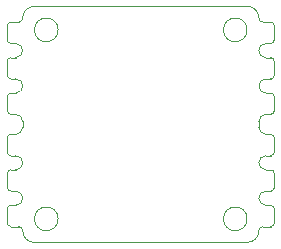
<source format=gm1>
G04 #@! TF.GenerationSoftware,KiCad,Pcbnew,(2018-02-05 revision d1a45d147)-makepkg*
G04 #@! TF.CreationDate,2019-01-11T16:44:05-08:00*
G04 #@! TF.ProjectId,6s4in1,367334696E312E6B696361645F706362,rev?*
G04 #@! TF.SameCoordinates,Original*
G04 #@! TF.FileFunction,Profile,NP*
%FSLAX46Y46*%
G04 Gerber Fmt 4.6, Leading zero omitted, Abs format (unit mm)*
G04 Created by KiCad (PCBNEW (2018-02-05 revision d1a45d147)-makepkg) date 01/11/19 16:44:05*
%MOMM*%
%LPD*%
G01*
G04 APERTURE LIST*
%ADD10C,0.100000*%
G04 APERTURE END LIST*
D10*
X23000000Y-22000000D02*
G75*
G03X23000000Y-22000000I-1000000J0D01*
G01*
X18700000Y-24650000D02*
X18700000Y-25850000D01*
X18700000Y-21650000D02*
X18700000Y-22850000D01*
X19000000Y-26150000D02*
G75*
G02X18700000Y-25850000I0J300000D01*
G01*
X19400000Y-23150000D02*
G75*
G02X19400000Y-24350000I0J-600000D01*
G01*
X19000000Y-23150000D02*
X19400000Y-23150000D01*
X18700000Y-21650000D02*
G75*
G02X19000000Y-21350000I300000J0D01*
G01*
X18700000Y-24650000D02*
G75*
G02X19000000Y-24350000I300000J0D01*
G01*
X19000000Y-23150000D02*
G75*
G02X18700000Y-22850000I0J300000D01*
G01*
X18700000Y-27650000D02*
X18700000Y-28850000D01*
X19000000Y-29150000D02*
G75*
G02X18700000Y-28850000I0J300000D01*
G01*
X18700000Y-27650000D02*
G75*
G02X19000000Y-27350000I300000J0D01*
G01*
X19400000Y-24350000D02*
X19000000Y-24350000D01*
X19000000Y-26150000D02*
X19400000Y-26150000D01*
X19400000Y-26150000D02*
G75*
G02X19400000Y-27350000I0J-600000D01*
G01*
X19400000Y-29150000D02*
G75*
G02X20000000Y-29750000I0J-600000D01*
G01*
X19400000Y-27350000D02*
X19000000Y-27350000D01*
X19000000Y-29150000D02*
X19400000Y-29150000D01*
X19000000Y-21350000D02*
X19650000Y-21350000D01*
X19650000Y-21350000D02*
G75*
G03X20000000Y-21000000I0J350000D01*
G01*
X20000000Y-21000000D02*
G75*
G02X21000000Y-20000000I1000000J0D01*
G01*
X18700000Y-31150000D02*
G75*
G02X19000000Y-30850000I300000J0D01*
G01*
X19400000Y-30850000D02*
X19000000Y-30850000D01*
X20000000Y-30250000D02*
G75*
G02X19400000Y-30850000I-600000J0D01*
G01*
X20000000Y-29750000D02*
X20000000Y-30250000D01*
X39000000Y-20000000D02*
X21000000Y-20000000D01*
X40000000Y-21000000D02*
G75*
G03X39000000Y-20000000I-1000000J0D01*
G01*
X40000000Y-21000000D02*
G75*
G03X40350000Y-21350000I350000J0D01*
G01*
X40350000Y-21350000D02*
X41000000Y-21350000D01*
X19000000Y-38650000D02*
X19650000Y-38650000D01*
X19650000Y-38650000D02*
G75*
G02X20000000Y-39000000I0J-350000D01*
G01*
X20000000Y-39000000D02*
G75*
G03X21000000Y-40000000I1000000J0D01*
G01*
X40000000Y-39000000D02*
G75*
G02X39000000Y-40000000I-1000000J0D01*
G01*
X40600000Y-23150000D02*
X41000000Y-23150000D01*
X40000000Y-29750000D02*
G75*
G02X40600000Y-29150000I600000J0D01*
G01*
X41300000Y-22850000D02*
G75*
G02X41000000Y-23150000I-300000J0D01*
G01*
X41000000Y-21350000D02*
G75*
G02X41300000Y-21650000I0J-300000D01*
G01*
X40000000Y-30250000D02*
X40000000Y-29750000D01*
X41300000Y-22850000D02*
X41300000Y-21650000D01*
X40600000Y-24350000D02*
G75*
G02X40600000Y-23150000I0J600000D01*
G01*
X40600000Y-26150000D02*
X41000000Y-26150000D01*
X41000000Y-24350000D02*
X40600000Y-24350000D01*
X41300000Y-25850000D02*
G75*
G02X41000000Y-26150000I-300000J0D01*
G01*
X41300000Y-25850000D02*
X41300000Y-24650000D01*
X41000000Y-24350000D02*
G75*
G02X41300000Y-24650000I0J-300000D01*
G01*
X40600000Y-36850000D02*
G75*
G02X40600000Y-35650000I0J600000D01*
G01*
X40000000Y-39000000D02*
G75*
G02X40350000Y-38650000I350000J0D01*
G01*
X41300000Y-35350000D02*
X41300000Y-34150000D01*
X41300000Y-35350000D02*
G75*
G02X41000000Y-35650000I-300000J0D01*
G01*
X41000000Y-33850000D02*
X40600000Y-33850000D01*
X41000000Y-33850000D02*
G75*
G02X41300000Y-34150000I0J-300000D01*
G01*
X40350000Y-38650000D02*
X41000000Y-38650000D01*
X41000000Y-36850000D02*
X40600000Y-36850000D01*
X40600000Y-33850000D02*
G75*
G02X40600000Y-32650000I0J600000D01*
G01*
X41300000Y-38350000D02*
X41300000Y-37150000D01*
X41000000Y-36850000D02*
G75*
G02X41300000Y-37150000I0J-300000D01*
G01*
X40600000Y-35650000D02*
X41000000Y-35650000D01*
X41300000Y-38350000D02*
G75*
G02X41000000Y-38650000I-300000J0D01*
G01*
X41000000Y-30850000D02*
X40600000Y-30850000D01*
X41000000Y-30850000D02*
G75*
G02X41300000Y-31150000I0J-300000D01*
G01*
X41300000Y-28850000D02*
X41300000Y-27650000D01*
X41300000Y-28850000D02*
G75*
G02X41000000Y-29150000I-300000J0D01*
G01*
X41300000Y-32350000D02*
G75*
G02X41000000Y-32650000I-300000J0D01*
G01*
X41000000Y-27350000D02*
X40600000Y-27350000D01*
X41000000Y-27350000D02*
G75*
G02X41300000Y-27650000I0J-300000D01*
G01*
X40600000Y-32650000D02*
X41000000Y-32650000D01*
X40600000Y-30850000D02*
G75*
G02X40000000Y-30250000I0J600000D01*
G01*
X40600000Y-27350000D02*
G75*
G02X40600000Y-26150000I0J600000D01*
G01*
X40600000Y-29150000D02*
X41000000Y-29150000D01*
X41300000Y-32350000D02*
X41300000Y-31150000D01*
X19400000Y-36850000D02*
X19000000Y-36850000D01*
X18700000Y-37150000D02*
X18700000Y-38350000D01*
X19000000Y-38650000D02*
G75*
G02X18700000Y-38350000I0J300000D01*
G01*
X18700000Y-37150000D02*
G75*
G02X19000000Y-36850000I300000J0D01*
G01*
X19400000Y-35650000D02*
G75*
G02X19400000Y-36850000I0J-600000D01*
G01*
X19400000Y-33850000D02*
X19000000Y-33850000D01*
X19000000Y-35650000D02*
X19400000Y-35650000D01*
X18700000Y-34150000D02*
X18700000Y-35350000D01*
X19000000Y-35650000D02*
G75*
G02X18700000Y-35350000I0J300000D01*
G01*
X18700000Y-34150000D02*
G75*
G02X19000000Y-33850000I300000J0D01*
G01*
X19400000Y-32650000D02*
G75*
G02X19400000Y-33850000I0J-600000D01*
G01*
X19000000Y-32650000D02*
X19400000Y-32650000D01*
X18700000Y-31150000D02*
X18700000Y-32350000D01*
X19000000Y-32650000D02*
G75*
G02X18700000Y-32350000I0J300000D01*
G01*
X39000000Y-22000000D02*
G75*
G03X39000000Y-22000000I-1000000J0D01*
G01*
X23000000Y-38000000D02*
G75*
G03X23000000Y-38000000I-1000000J0D01*
G01*
X39000000Y-38000000D02*
G75*
G03X39000000Y-38000000I-1000000J0D01*
G01*
X39000000Y-40000000D02*
X21000000Y-40000000D01*
M02*

</source>
